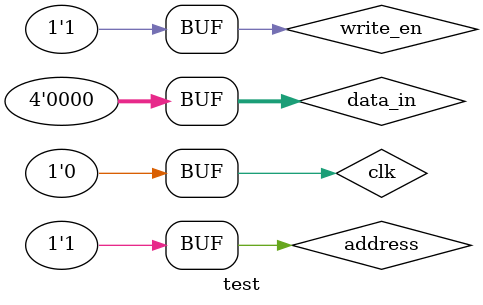
<source format=v>

module RAM_1x4(
    input wire clk,
    input wire write_en,
    input wire address,
    input wire [3:0] data_in,
    output reg [3:0] data_out
);

reg [3:0] memory [0:0]; 

always @(posedge clk) begin
    if (write_en) begin
        memory[0] <= data_in; 
    end
end

always @(negedge clk) begin
    data_out <= memory[0];  
end

endmodule

module test;
    reg clk, write_en, address;
    reg [3:0] data_in;
    wire [3:0] s;

    RAM_1x4 moduleRam (clk, write_en, address, data_in, s);  

    initial begin
        $display("Test Module");
        
        $monitor ("%4d %4d %4d %4d | %4d", clk, write_en, address, data_in, s);
        clk = 1;
        write_en = 1;
        address = 1;
        data_in = 4'b0100;  

        #10 clk = 0; write_en = 1; address = 0; data_in = 4'b0100; 
        #10 clk = 1; write_en = 1; address = 1; data_in = 4'b0000;  
        #10 clk = 0;  
        
       
    end
endmodule

/*
Test Module
   1    1    1    4 |    x
   0    1    0    4 |    4
   1    1    1    0 |    4
   0    1    1    0 |    0
*/

</source>
